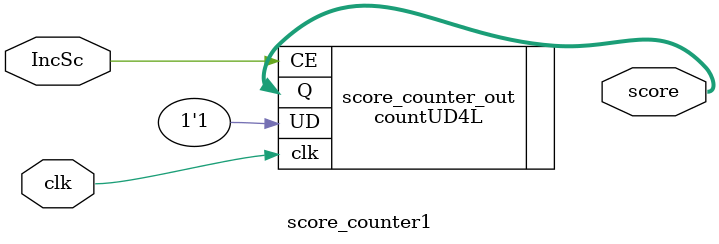
<source format=v>
`timescale 1ns / 1ps


module score_counter1(
    input IncSc,
    input clk,
    
    output [3:0] score
    );
    
    countUD4L score_counter_out(.clk(clk), .UD(1'b1), .CE(IncSc), .Q(score));
    
endmodule

</source>
